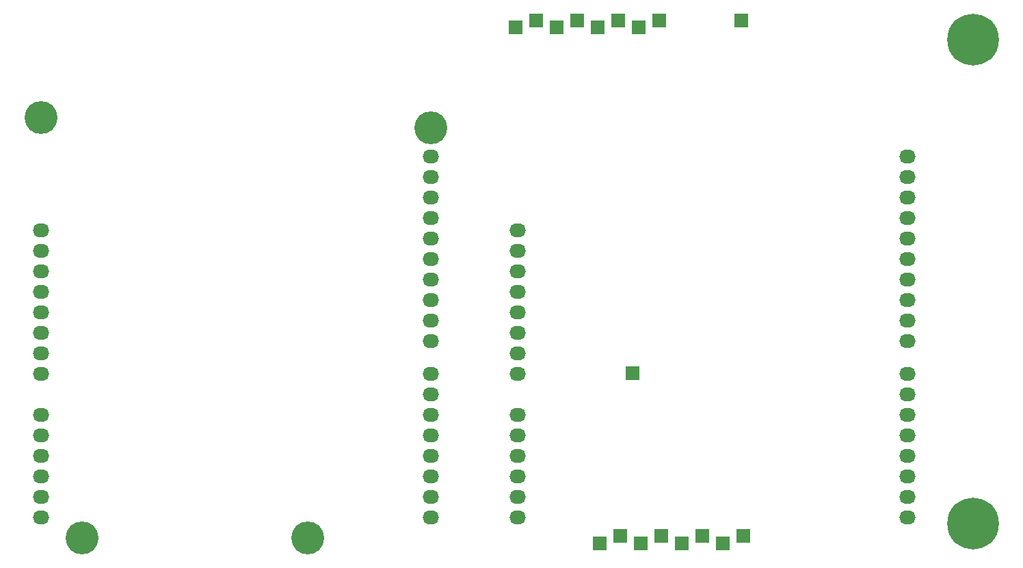
<source format=gbs>
G04 #@! TF.GenerationSoftware,KiCad,Pcbnew,6.0.10-86aedd382b~118~ubuntu18.04.1*
G04 #@! TF.CreationDate,2025-02-22T22:25:58-07:00*
G04 #@! TF.ProjectId,ard-ltc2499-test,6172642d-6c74-4633-9234-39392d746573,rev?*
G04 #@! TF.SameCoordinates,Original*
G04 #@! TF.FileFunction,Soldermask,Bot*
G04 #@! TF.FilePolarity,Negative*
%FSLAX46Y46*%
G04 Gerber Fmt 4.6, Leading zero omitted, Abs format (unit mm)*
G04 Created by KiCad (PCBNEW 6.0.10-86aedd382b~118~ubuntu18.04.1) date 2025-02-22 22:25:58*
%MOMM*%
%LPD*%
G01*
G04 APERTURE LIST*
%ADD10O,2.032000X1.727200*%
%ADD11C,4.064000*%
%ADD12R,1.700000X1.700000*%
%ADD13C,6.400000*%
G04 APERTURE END LIST*
D10*
X113538000Y-85725000D03*
X113538000Y-88265000D03*
X113538000Y-90805000D03*
X113538000Y-93345000D03*
X113538000Y-95885000D03*
X113538000Y-98425000D03*
X113538000Y-100965000D03*
X113538000Y-103505000D03*
X113538000Y-108585000D03*
X113538000Y-111125000D03*
X113538000Y-113665000D03*
X113538000Y-116205000D03*
X113538000Y-118745000D03*
X113538000Y-121285000D03*
X161798000Y-76581000D03*
X161798000Y-79121000D03*
X161798000Y-81661000D03*
X161798000Y-84201000D03*
X161798000Y-86741000D03*
X161798000Y-89281000D03*
X161798000Y-91821000D03*
X161798000Y-94361000D03*
X161798000Y-96901000D03*
X161798000Y-99441000D03*
X161798000Y-103505000D03*
X161798000Y-106045000D03*
X161798000Y-108585000D03*
X161798000Y-111125000D03*
X161798000Y-113665000D03*
X161798000Y-116205000D03*
X161798000Y-118745000D03*
X161798000Y-121285000D03*
D11*
X113538000Y-71755000D03*
X118618000Y-123825000D03*
X161798000Y-73025000D03*
X146558000Y-123825000D03*
D12*
X174879000Y-59690000D03*
D10*
X220853000Y-103505000D03*
X220853000Y-106045000D03*
X220853000Y-108585000D03*
X220853000Y-111125000D03*
X220853000Y-113665000D03*
X220853000Y-116205000D03*
X220853000Y-118745000D03*
X220853000Y-121285000D03*
D12*
X172339000Y-60579000D03*
X200533000Y-123571000D03*
D10*
X172593000Y-108585000D03*
X172593000Y-111125000D03*
X172593000Y-113665000D03*
X172593000Y-116205000D03*
X172593000Y-118745000D03*
X172593000Y-121285000D03*
D12*
X177419000Y-60579000D03*
X195453000Y-123571000D03*
D13*
X228981000Y-122047000D03*
D12*
X187833000Y-124460000D03*
D10*
X220853000Y-76581000D03*
X220853000Y-79121000D03*
X220853000Y-81661000D03*
X220853000Y-84201000D03*
X220853000Y-86741000D03*
X220853000Y-89281000D03*
X220853000Y-91821000D03*
X220853000Y-94361000D03*
X220853000Y-96901000D03*
X220853000Y-99441000D03*
D12*
X185039000Y-59690000D03*
X186817000Y-103378000D03*
X200279000Y-59690000D03*
X182753000Y-124460000D03*
X192913000Y-124460000D03*
X190119000Y-59690000D03*
X197993000Y-124460000D03*
X179959000Y-59690000D03*
X182499000Y-60579000D03*
D10*
X172593000Y-85725000D03*
X172593000Y-88265000D03*
X172593000Y-90805000D03*
X172593000Y-93345000D03*
X172593000Y-95885000D03*
X172593000Y-98425000D03*
X172593000Y-100965000D03*
X172593000Y-103505000D03*
D12*
X185293000Y-123571000D03*
D13*
X228981000Y-62103000D03*
D12*
X190373000Y-123571000D03*
X187579000Y-60579000D03*
M02*

</source>
